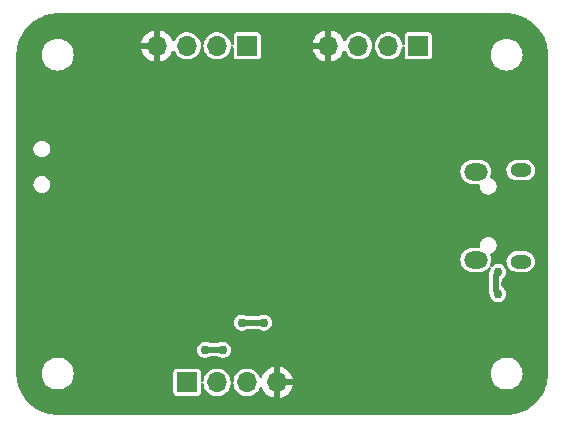
<source format=gbr>
%TF.GenerationSoftware,KiCad,Pcbnew,7.0.1-0*%
%TF.CreationDate,2023-05-28T09:45:46-06:00*%
%TF.ProjectId,stm32-prototype,73746d33-322d-4707-926f-746f74797065,rev?*%
%TF.SameCoordinates,Original*%
%TF.FileFunction,Copper,L2,Bot*%
%TF.FilePolarity,Positive*%
%FSLAX46Y46*%
G04 Gerber Fmt 4.6, Leading zero omitted, Abs format (unit mm)*
G04 Created by KiCad (PCBNEW 7.0.1-0) date 2023-05-28 09:45:46*
%MOMM*%
%LPD*%
G01*
G04 APERTURE LIST*
%TA.AperFunction,ComponentPad*%
%ADD10O,1.700000X1.700000*%
%TD*%
%TA.AperFunction,ComponentPad*%
%ADD11R,1.700000X1.700000*%
%TD*%
%TA.AperFunction,ComponentPad*%
%ADD12O,1.800000X1.150000*%
%TD*%
%TA.AperFunction,ComponentPad*%
%ADD13O,2.000000X1.450000*%
%TD*%
%TA.AperFunction,ViaPad*%
%ADD14C,0.750000*%
%TD*%
%TA.AperFunction,ViaPad*%
%ADD15C,0.700000*%
%TD*%
%TA.AperFunction,Conductor*%
%ADD16C,0.500000*%
%TD*%
G04 APERTURE END LIST*
D10*
%TO.P,J4,4,Pin_4*%
%TO.N,GND*%
X100570000Y-102750000D03*
%TO.P,J4,3,Pin_3*%
%TO.N,/I2C2_SDA*%
X98030000Y-102750000D03*
%TO.P,J4,2,Pin_2*%
%TO.N,/I2C2_SCL*%
X95490000Y-102750000D03*
D11*
%TO.P,J4,1,Pin_1*%
%TO.N,+3.3V*%
X92950000Y-102750000D03*
%TD*%
D10*
%TO.P,J3,4,Pin_4*%
%TO.N,GND*%
X104920000Y-74250000D03*
%TO.P,J3,3,Pin_3*%
%TO.N,/SWCLK*%
X107460000Y-74250000D03*
%TO.P,J3,2,Pin_2*%
%TO.N,/SWDIO*%
X110000000Y-74250000D03*
D11*
%TO.P,J3,1,Pin_1*%
%TO.N,+3.3V*%
X112540000Y-74250000D03*
%TD*%
D10*
%TO.P,J2,4,Pin_4*%
%TO.N,GND*%
X90420000Y-74250000D03*
%TO.P,J2,3,Pin_3*%
%TO.N,/USART1_RX*%
X92960000Y-74250000D03*
%TO.P,J2,2,Pin_2*%
%TO.N,/USART1_TX*%
X95500000Y-74250000D03*
D11*
%TO.P,J2,1,Pin_1*%
%TO.N,+3.3V*%
X98040000Y-74250000D03*
%TD*%
D12*
%TO.P,J1,6,Shield*%
%TO.N,N/C*%
X121200000Y-84775000D03*
X121200000Y-92525000D03*
D13*
X117400000Y-84925000D03*
X117400000Y-92375000D03*
%TD*%
D14*
%TO.N,+3.3V*%
X97575000Y-97700000D03*
D15*
%TO.N,GND*%
X85650000Y-91700000D03*
X87650000Y-86125000D03*
D14*
%TO.N,+3.3V*%
X119300000Y-93400000D03*
X119300000Y-95275000D03*
X94475000Y-100000000D03*
X95975000Y-100000000D03*
X99450000Y-97700000D03*
D15*
%TO.N,GND*%
X113950000Y-96025000D03*
X110625000Y-95625000D03*
X109725000Y-95625000D03*
X110050000Y-92150000D03*
X110025000Y-91175000D03*
X116100000Y-87350000D03*
X103950000Y-87975000D03*
X90025000Y-93625000D03*
X90025000Y-96875000D03*
X94775000Y-87250000D03*
X90000000Y-89300000D03*
X119875000Y-94400000D03*
X89000000Y-86625000D03*
X82800000Y-81250000D03*
X94450000Y-90750000D03*
X96275000Y-96000000D03*
X99250000Y-92575000D03*
X91000000Y-85125000D03*
%TD*%
D16*
%TO.N,+3.3V*%
X97575000Y-97700000D02*
X99450000Y-97700000D01*
X119075000Y-95050000D02*
X119300000Y-95275000D01*
X119075000Y-93625000D02*
X119075000Y-95050000D01*
X119300000Y-93400000D02*
X119075000Y-93625000D01*
X95975000Y-100000000D02*
X94475000Y-100000000D01*
%TD*%
%TA.AperFunction,Conductor*%
%TO.N,GND*%
G36*
X120003032Y-71500649D02*
G01*
X120007384Y-71500862D01*
X120152450Y-71507989D01*
X120343670Y-71518010D01*
X120355324Y-71519177D01*
X120521254Y-71543791D01*
X120522225Y-71543940D01*
X120694897Y-71571289D01*
X120705570Y-71573465D01*
X120871374Y-71614997D01*
X120873014Y-71615422D01*
X121038880Y-71659866D01*
X121048544Y-71662884D01*
X121152693Y-71700150D01*
X121210526Y-71720843D01*
X121213188Y-71721830D01*
X121246726Y-71734704D01*
X121372097Y-71782829D01*
X121380623Y-71786475D01*
X121536869Y-71860374D01*
X121540055Y-71861939D01*
X121682487Y-71934511D01*
X121691094Y-71938897D01*
X121698547Y-71943023D01*
X121847075Y-72032047D01*
X121850824Y-72034387D01*
X121992670Y-72126503D01*
X121998977Y-72130884D01*
X122138210Y-72234147D01*
X122142365Y-72237367D01*
X122273635Y-72343667D01*
X122278872Y-72348155D01*
X122407389Y-72464636D01*
X122411797Y-72468833D01*
X122531165Y-72588201D01*
X122535362Y-72592609D01*
X122651843Y-72721126D01*
X122656331Y-72726363D01*
X122762620Y-72857619D01*
X122765851Y-72861788D01*
X122869114Y-73001021D01*
X122873505Y-73007343D01*
X122933353Y-73099500D01*
X122965599Y-73149155D01*
X122967963Y-73152942D01*
X123056975Y-73301451D01*
X123061101Y-73308904D01*
X123138037Y-73459898D01*
X123139647Y-73463176D01*
X123213510Y-73619345D01*
X123217179Y-73627925D01*
X123278168Y-73786810D01*
X123279155Y-73789472D01*
X123337111Y-73951447D01*
X123340135Y-73961128D01*
X123384535Y-74126827D01*
X123385044Y-74128792D01*
X123426526Y-74294398D01*
X123428715Y-74305130D01*
X123456041Y-74477665D01*
X123456226Y-74478867D01*
X123480818Y-74644649D01*
X123481990Y-74656355D01*
X123491989Y-74847157D01*
X123491886Y-74847162D01*
X123492011Y-74847561D01*
X123499351Y-74996967D01*
X123499500Y-75003052D01*
X123499500Y-101996948D01*
X123499351Y-102003033D01*
X123492014Y-102152369D01*
X123491993Y-102152774D01*
X123481990Y-102343644D01*
X123480818Y-102355349D01*
X123456226Y-102521131D01*
X123456041Y-102522333D01*
X123428715Y-102694868D01*
X123426526Y-102705600D01*
X123385044Y-102871206D01*
X123384535Y-102873171D01*
X123340135Y-103038870D01*
X123337111Y-103048551D01*
X123279155Y-103210526D01*
X123278168Y-103213188D01*
X123217179Y-103372073D01*
X123213510Y-103380653D01*
X123139647Y-103536822D01*
X123138037Y-103540100D01*
X123061101Y-103691094D01*
X123056975Y-103698547D01*
X122967963Y-103847056D01*
X122965599Y-103850843D01*
X122873512Y-103992645D01*
X122869114Y-103998977D01*
X122765851Y-104138210D01*
X122762620Y-104142379D01*
X122656331Y-104273635D01*
X122651843Y-104278872D01*
X122535362Y-104407389D01*
X122531165Y-104411797D01*
X122411797Y-104531165D01*
X122407389Y-104535362D01*
X122278872Y-104651843D01*
X122273635Y-104656331D01*
X122142379Y-104762620D01*
X122138210Y-104765851D01*
X121998977Y-104869114D01*
X121992645Y-104873512D01*
X121850843Y-104965599D01*
X121847056Y-104967963D01*
X121698547Y-105056975D01*
X121691094Y-105061101D01*
X121540100Y-105138037D01*
X121536822Y-105139647D01*
X121380653Y-105213510D01*
X121372073Y-105217179D01*
X121213188Y-105278168D01*
X121210526Y-105279155D01*
X121048551Y-105337111D01*
X121038870Y-105340135D01*
X120873171Y-105384535D01*
X120871206Y-105385044D01*
X120705600Y-105426526D01*
X120694868Y-105428715D01*
X120522333Y-105456041D01*
X120521131Y-105456226D01*
X120355349Y-105480818D01*
X120343644Y-105481990D01*
X120152774Y-105491993D01*
X120152369Y-105492014D01*
X120003033Y-105499351D01*
X119996948Y-105499500D01*
X82003052Y-105499500D01*
X81996967Y-105499351D01*
X81847629Y-105492014D01*
X81847224Y-105491993D01*
X81656354Y-105481990D01*
X81644649Y-105480818D01*
X81478867Y-105456226D01*
X81477665Y-105456041D01*
X81305130Y-105428715D01*
X81294398Y-105426526D01*
X81128792Y-105385044D01*
X81126827Y-105384535D01*
X80961128Y-105340135D01*
X80951447Y-105337111D01*
X80789472Y-105279155D01*
X80786810Y-105278168D01*
X80627925Y-105217179D01*
X80619351Y-105213512D01*
X80463176Y-105139647D01*
X80459898Y-105138037D01*
X80308904Y-105061101D01*
X80301451Y-105056975D01*
X80152942Y-104967963D01*
X80149155Y-104965599D01*
X80101996Y-104934973D01*
X80007343Y-104873505D01*
X80001021Y-104869114D01*
X79861788Y-104765851D01*
X79857619Y-104762620D01*
X79726363Y-104656331D01*
X79721126Y-104651843D01*
X79592609Y-104535362D01*
X79588201Y-104531165D01*
X79468833Y-104411797D01*
X79464636Y-104407389D01*
X79348155Y-104278872D01*
X79343667Y-104273635D01*
X79237378Y-104142379D01*
X79234147Y-104138210D01*
X79130884Y-103998977D01*
X79126503Y-103992670D01*
X79034387Y-103850824D01*
X79032035Y-103847056D01*
X78943023Y-103698547D01*
X78938897Y-103691094D01*
X78915343Y-103644867D01*
X91799500Y-103644867D01*
X91802414Y-103669988D01*
X91847795Y-103772767D01*
X91927232Y-103852204D01*
X91927233Y-103852204D01*
X91927235Y-103852206D01*
X92030009Y-103897585D01*
X92055135Y-103900500D01*
X93844864Y-103900499D01*
X93844867Y-103900499D01*
X93857427Y-103899042D01*
X93869991Y-103897585D01*
X93972765Y-103852206D01*
X94052206Y-103772765D01*
X94097585Y-103669991D01*
X94100500Y-103644865D01*
X94100499Y-102906046D01*
X94116170Y-102845710D01*
X94159221Y-102800622D01*
X94218772Y-102782181D01*
X94279770Y-102795049D01*
X94326799Y-102835972D01*
X94347970Y-102894607D01*
X94354243Y-102962310D01*
X94412595Y-103167390D01*
X94507631Y-103358252D01*
X94524548Y-103380653D01*
X94636128Y-103528407D01*
X94793698Y-103672052D01*
X94974981Y-103784298D01*
X95173802Y-103861321D01*
X95383390Y-103900500D01*
X95596608Y-103900500D01*
X95596610Y-103900500D01*
X95806198Y-103861321D01*
X96005019Y-103784298D01*
X96186302Y-103672052D01*
X96343872Y-103528407D01*
X96472366Y-103358255D01*
X96472366Y-103358253D01*
X96472368Y-103358252D01*
X96539323Y-103223786D01*
X96567405Y-103167389D01*
X96625756Y-102962310D01*
X96636529Y-102846047D01*
X96656633Y-102788996D01*
X96699410Y-102749999D01*
X96820589Y-102749999D01*
X96863367Y-102788996D01*
X96883471Y-102846048D01*
X96894243Y-102962310D01*
X96952595Y-103167390D01*
X97047631Y-103358252D01*
X97064548Y-103380653D01*
X97176128Y-103528407D01*
X97333698Y-103672052D01*
X97514981Y-103784298D01*
X97713802Y-103861321D01*
X97923390Y-103900500D01*
X98136608Y-103900500D01*
X98136610Y-103900500D01*
X98346198Y-103861321D01*
X98545019Y-103784298D01*
X98726302Y-103672052D01*
X98883872Y-103528407D01*
X99012366Y-103358255D01*
X99079324Y-103223783D01*
X99125722Y-103173213D01*
X99191913Y-103155066D01*
X99257617Y-103174905D01*
X99302705Y-103226651D01*
X99396399Y-103427576D01*
X99531893Y-103621081D01*
X99698918Y-103788106D01*
X99892423Y-103923600D01*
X100106507Y-104023430D01*
X100319999Y-104080635D01*
X100320000Y-104080636D01*
X100320000Y-103000000D01*
X100820000Y-103000000D01*
X100820000Y-104080635D01*
X101033492Y-104023430D01*
X101247576Y-103923600D01*
X101441081Y-103788106D01*
X101608106Y-103621081D01*
X101743600Y-103427576D01*
X101843430Y-103213492D01*
X101900636Y-103000000D01*
X100820000Y-103000000D01*
X100320000Y-103000000D01*
X100320000Y-101419364D01*
X100820000Y-101419364D01*
X100820000Y-102500000D01*
X101900636Y-102500000D01*
X101900635Y-102499999D01*
X101843430Y-102286507D01*
X101743599Y-102072421D01*
X101692889Y-101999999D01*
X118644340Y-101999999D01*
X118664936Y-102235407D01*
X118726097Y-102463662D01*
X118726097Y-102463663D01*
X118825965Y-102677829D01*
X118961505Y-102871401D01*
X119128599Y-103038495D01*
X119322171Y-103174035D01*
X119536337Y-103273903D01*
X119764591Y-103335062D01*
X119764592Y-103335063D01*
X119941032Y-103350500D01*
X119941034Y-103350500D01*
X120058966Y-103350500D01*
X120058968Y-103350500D01*
X120188111Y-103339201D01*
X120235408Y-103335063D01*
X120463663Y-103273903D01*
X120677829Y-103174035D01*
X120871401Y-103038495D01*
X121038495Y-102871401D01*
X121174035Y-102677830D01*
X121273903Y-102463663D01*
X121335063Y-102235408D01*
X121355659Y-102000000D01*
X121342984Y-101855133D01*
X121335063Y-101764592D01*
X121325053Y-101727235D01*
X121273903Y-101536337D01*
X121174035Y-101322171D01*
X121038495Y-101128599D01*
X120871401Y-100961505D01*
X120677829Y-100825965D01*
X120463663Y-100726097D01*
X120235407Y-100664936D01*
X120058968Y-100649500D01*
X120058966Y-100649500D01*
X119941034Y-100649500D01*
X119941032Y-100649500D01*
X119764592Y-100664936D01*
X119536336Y-100726097D01*
X119322170Y-100825965D01*
X119128598Y-100961505D01*
X118961508Y-101128595D01*
X118825964Y-101322172D01*
X118726097Y-101536337D01*
X118664936Y-101764592D01*
X118644340Y-101999999D01*
X101692889Y-101999999D01*
X101608109Y-101878921D01*
X101441081Y-101711893D01*
X101247576Y-101576399D01*
X101033492Y-101476569D01*
X100820000Y-101419364D01*
X100320000Y-101419364D01*
X100319999Y-101419364D01*
X100106507Y-101476569D01*
X99892421Y-101576400D01*
X99698921Y-101711890D01*
X99531890Y-101878921D01*
X99396401Y-102072419D01*
X99302705Y-102273349D01*
X99257617Y-102325094D01*
X99191913Y-102344933D01*
X99125722Y-102326786D01*
X99079324Y-102276216D01*
X99012366Y-102141745D01*
X99012365Y-102141744D01*
X99012365Y-102141743D01*
X98883873Y-101971594D01*
X98726301Y-101827947D01*
X98563645Y-101727235D01*
X98545019Y-101715702D01*
X98545017Y-101715701D01*
X98346198Y-101638679D01*
X98346197Y-101638678D01*
X98136610Y-101599500D01*
X97923390Y-101599500D01*
X97783664Y-101625619D01*
X97713801Y-101638679D01*
X97514982Y-101715701D01*
X97333698Y-101827947D01*
X97176126Y-101971594D01*
X97047631Y-102141747D01*
X96952595Y-102332609D01*
X96894243Y-102537689D01*
X96883471Y-102653951D01*
X96863367Y-102711003D01*
X96820589Y-102749999D01*
X96699410Y-102749999D01*
X96656633Y-102711003D01*
X96636529Y-102653951D01*
X96625756Y-102537689D01*
X96602550Y-102456132D01*
X96567405Y-102332611D01*
X96539323Y-102276214D01*
X96472368Y-102141747D01*
X96343873Y-101971594D01*
X96186301Y-101827947D01*
X96023645Y-101727235D01*
X96005019Y-101715702D01*
X96005017Y-101715701D01*
X95806198Y-101638679D01*
X95806197Y-101638678D01*
X95596610Y-101599500D01*
X95383390Y-101599500D01*
X95243664Y-101625619D01*
X95173801Y-101638679D01*
X94974982Y-101715701D01*
X94793698Y-101827947D01*
X94636126Y-101971594D01*
X94507631Y-102141747D01*
X94412595Y-102332609D01*
X94354243Y-102537689D01*
X94347970Y-102605393D01*
X94326799Y-102664029D01*
X94279770Y-102704952D01*
X94218772Y-102717820D01*
X94159221Y-102699379D01*
X94116170Y-102654291D01*
X94100499Y-102593952D01*
X94100499Y-101855133D01*
X94097585Y-101830011D01*
X94097585Y-101830009D01*
X94052206Y-101727235D01*
X94052204Y-101727233D01*
X94052204Y-101727232D01*
X93972767Y-101647795D01*
X93952121Y-101638679D01*
X93869991Y-101602415D01*
X93844865Y-101599500D01*
X93844863Y-101599500D01*
X92055132Y-101599500D01*
X92030011Y-101602414D01*
X91927232Y-101647795D01*
X91847795Y-101727232D01*
X91802415Y-101830009D01*
X91799500Y-101855136D01*
X91799500Y-103644867D01*
X78915343Y-103644867D01*
X78915341Y-103644863D01*
X78861939Y-103540055D01*
X78860374Y-103536869D01*
X78786475Y-103380623D01*
X78782829Y-103372097D01*
X78725898Y-103223786D01*
X78721830Y-103213188D01*
X78720843Y-103210526D01*
X78662887Y-103048551D01*
X78659863Y-103038870D01*
X78615422Y-102873014D01*
X78614997Y-102871374D01*
X78573465Y-102705570D01*
X78571289Y-102694897D01*
X78543940Y-102522225D01*
X78543791Y-102521254D01*
X78519177Y-102355324D01*
X78518010Y-102343670D01*
X78507985Y-102152369D01*
X78500649Y-102003032D01*
X78500575Y-101999999D01*
X80644340Y-101999999D01*
X80664936Y-102235407D01*
X80726097Y-102463662D01*
X80726097Y-102463663D01*
X80825965Y-102677829D01*
X80961505Y-102871401D01*
X81128599Y-103038495D01*
X81322171Y-103174035D01*
X81536337Y-103273903D01*
X81764591Y-103335062D01*
X81764592Y-103335063D01*
X81941032Y-103350500D01*
X81941034Y-103350500D01*
X82058966Y-103350500D01*
X82058968Y-103350500D01*
X82188111Y-103339201D01*
X82235408Y-103335063D01*
X82463663Y-103273903D01*
X82677829Y-103174035D01*
X82871401Y-103038495D01*
X83038495Y-102871401D01*
X83174035Y-102677830D01*
X83273903Y-102463663D01*
X83335063Y-102235408D01*
X83355659Y-102000000D01*
X83342984Y-101855133D01*
X83335063Y-101764592D01*
X83325053Y-101727235D01*
X83273903Y-101536337D01*
X83174035Y-101322171D01*
X83038495Y-101128599D01*
X82871401Y-100961505D01*
X82677829Y-100825965D01*
X82463663Y-100726097D01*
X82235407Y-100664936D01*
X82058968Y-100649500D01*
X82058966Y-100649500D01*
X81941034Y-100649500D01*
X81941032Y-100649500D01*
X81764592Y-100664936D01*
X81536336Y-100726097D01*
X81322170Y-100825965D01*
X81128598Y-100961505D01*
X80961508Y-101128595D01*
X80825964Y-101322172D01*
X80726097Y-101536337D01*
X80664936Y-101764592D01*
X80644340Y-101999999D01*
X78500575Y-101999999D01*
X78500500Y-101996949D01*
X78500500Y-99999999D01*
X93794538Y-99999999D01*
X93814312Y-100162845D01*
X93872481Y-100316225D01*
X93965668Y-100451230D01*
X94088450Y-100560005D01*
X94088451Y-100560005D01*
X94088454Y-100560008D01*
X94233705Y-100636242D01*
X94392979Y-100675500D01*
X94557020Y-100675500D01*
X94557021Y-100675500D01*
X94716295Y-100636242D01*
X94852601Y-100564702D01*
X94910225Y-100550500D01*
X95539775Y-100550500D01*
X95597398Y-100564702D01*
X95733705Y-100636242D01*
X95892979Y-100675500D01*
X96057020Y-100675500D01*
X96057021Y-100675500D01*
X96216295Y-100636242D01*
X96361546Y-100560008D01*
X96484332Y-100451229D01*
X96577518Y-100316226D01*
X96635688Y-100162845D01*
X96655461Y-100000000D01*
X96635688Y-99837155D01*
X96577518Y-99683774D01*
X96484332Y-99548771D01*
X96484331Y-99548769D01*
X96361549Y-99439994D01*
X96361547Y-99439993D01*
X96361546Y-99439992D01*
X96216295Y-99363758D01*
X96057021Y-99324500D01*
X95892979Y-99324500D01*
X95733705Y-99363758D01*
X95597398Y-99435297D01*
X95539775Y-99449500D01*
X94910225Y-99449500D01*
X94852601Y-99435297D01*
X94716295Y-99363758D01*
X94557021Y-99324500D01*
X94392979Y-99324500D01*
X94233705Y-99363758D01*
X94111574Y-99427857D01*
X94088450Y-99439994D01*
X93965668Y-99548769D01*
X93872481Y-99683774D01*
X93814312Y-99837154D01*
X93794538Y-99999999D01*
X78500500Y-99999999D01*
X78500500Y-97700000D01*
X96894538Y-97700000D01*
X96914312Y-97862845D01*
X96972481Y-98016225D01*
X97065668Y-98151230D01*
X97188450Y-98260005D01*
X97188451Y-98260005D01*
X97188454Y-98260008D01*
X97333705Y-98336242D01*
X97492979Y-98375500D01*
X97657020Y-98375500D01*
X97657021Y-98375500D01*
X97816295Y-98336242D01*
X97952601Y-98264702D01*
X98010225Y-98250500D01*
X99014775Y-98250500D01*
X99072398Y-98264702D01*
X99208705Y-98336242D01*
X99367979Y-98375500D01*
X99532020Y-98375500D01*
X99532021Y-98375500D01*
X99691295Y-98336242D01*
X99836546Y-98260008D01*
X99959332Y-98151229D01*
X100052518Y-98016226D01*
X100110688Y-97862845D01*
X100130461Y-97700000D01*
X100110688Y-97537155D01*
X100052518Y-97383774D01*
X99959332Y-97248771D01*
X99959331Y-97248769D01*
X99836549Y-97139994D01*
X99836547Y-97139993D01*
X99836546Y-97139992D01*
X99691295Y-97063758D01*
X99532021Y-97024500D01*
X99367979Y-97024500D01*
X99208705Y-97063758D01*
X99072398Y-97135297D01*
X99014775Y-97149500D01*
X98010225Y-97149500D01*
X97952601Y-97135297D01*
X97816295Y-97063758D01*
X97657021Y-97024500D01*
X97492979Y-97024500D01*
X97333705Y-97063758D01*
X97211574Y-97127857D01*
X97188450Y-97139994D01*
X97065668Y-97248769D01*
X96972481Y-97383774D01*
X96914312Y-97537154D01*
X96894538Y-97700000D01*
X78500500Y-97700000D01*
X78500500Y-92375000D01*
X116094538Y-92375000D01*
X116114337Y-92576031D01*
X116114338Y-92576033D01*
X116172977Y-92769341D01*
X116268202Y-92947494D01*
X116288153Y-92971804D01*
X116396352Y-93103647D01*
X116468514Y-93162868D01*
X116552506Y-93231798D01*
X116730659Y-93327023D01*
X116923967Y-93385662D01*
X117074620Y-93400500D01*
X117725379Y-93400500D01*
X117725380Y-93400500D01*
X117876033Y-93385662D01*
X118069341Y-93327023D01*
X118247494Y-93231798D01*
X118403647Y-93103647D01*
X118455689Y-93040233D01*
X118512511Y-93001201D01*
X118581398Y-92998546D01*
X118641057Y-93033089D01*
X118673048Y-93094155D01*
X118667484Y-93162868D01*
X118639312Y-93237151D01*
X118635932Y-93264987D01*
X118611642Y-93324959D01*
X118590639Y-93352658D01*
X118590638Y-93352659D01*
X118590638Y-93352660D01*
X118584054Y-93369354D01*
X118574654Y-93388280D01*
X118565329Y-93403616D01*
X118554242Y-93443181D01*
X118550197Y-93455207D01*
X118535123Y-93493434D01*
X118533288Y-93511285D01*
X118529342Y-93532048D01*
X118524500Y-93549333D01*
X118524500Y-93590418D01*
X118523850Y-93603099D01*
X118519647Y-93643972D01*
X118522697Y-93661656D01*
X118524500Y-93682725D01*
X118524500Y-95038478D01*
X118524428Y-95042711D01*
X118522237Y-95106826D01*
X118531963Y-95146733D01*
X118534334Y-95159207D01*
X118539930Y-95199922D01*
X118547079Y-95216380D01*
X118553819Y-95236421D01*
X118558067Y-95253853D01*
X118578206Y-95289672D01*
X118583852Y-95301039D01*
X118600220Y-95338720D01*
X118606620Y-95346587D01*
X118609430Y-95350041D01*
X118636335Y-95413343D01*
X118639310Y-95437842D01*
X118697481Y-95591225D01*
X118790668Y-95726230D01*
X118913450Y-95835005D01*
X118913451Y-95835005D01*
X118913454Y-95835008D01*
X119058705Y-95911242D01*
X119217979Y-95950500D01*
X119382020Y-95950500D01*
X119382021Y-95950500D01*
X119541295Y-95911242D01*
X119686546Y-95835008D01*
X119809332Y-95726229D01*
X119902518Y-95591226D01*
X119960688Y-95437845D01*
X119980461Y-95275000D01*
X119960688Y-95112155D01*
X119902518Y-94958774D01*
X119809332Y-94823771D01*
X119809331Y-94823769D01*
X119675277Y-94705008D01*
X119676650Y-94703458D01*
X119643383Y-94672141D01*
X119625500Y-94607992D01*
X119625500Y-94067008D01*
X119643383Y-94002859D01*
X119676650Y-93971541D01*
X119675277Y-93969992D01*
X119809331Y-93851230D01*
X119809332Y-93851229D01*
X119902518Y-93716226D01*
X119960688Y-93562845D01*
X119980461Y-93400000D01*
X119960688Y-93237155D01*
X119907061Y-93095754D01*
X119905465Y-93081444D01*
X119894112Y-93071596D01*
X119809331Y-92948769D01*
X119686549Y-92839994D01*
X119686547Y-92839993D01*
X119686546Y-92839992D01*
X119541295Y-92763758D01*
X119382021Y-92724500D01*
X119217979Y-92724500D01*
X119058705Y-92763758D01*
X118926013Y-92833400D01*
X118913452Y-92839993D01*
X118815146Y-92927085D01*
X118753609Y-92956531D01*
X118685811Y-92948972D01*
X118632270Y-92906697D01*
X118609192Y-92842500D01*
X118623562Y-92775815D01*
X118627023Y-92769341D01*
X118685662Y-92576033D01*
X118695384Y-92477324D01*
X119995630Y-92477324D01*
X120005938Y-92667474D01*
X120056885Y-92850966D01*
X120105718Y-92943074D01*
X120112609Y-92971804D01*
X120132559Y-92993702D01*
X120146085Y-93019215D01*
X120269369Y-93164357D01*
X120365131Y-93237154D01*
X120420971Y-93279602D01*
X120593803Y-93359562D01*
X120779784Y-93400500D01*
X121572465Y-93400500D01*
X121572466Y-93400500D01*
X121643390Y-93392786D01*
X121714316Y-93385073D01*
X121894780Y-93324267D01*
X122057954Y-93226089D01*
X122196207Y-93095129D01*
X122303075Y-92937510D01*
X122373562Y-92760602D01*
X122404370Y-92572678D01*
X122394061Y-92382525D01*
X122343114Y-92199033D01*
X122253914Y-92030784D01*
X122130631Y-91885643D01*
X122119756Y-91877376D01*
X121979031Y-91770399D01*
X121806195Y-91690437D01*
X121672707Y-91661054D01*
X121620216Y-91649500D01*
X120827535Y-91649500D01*
X120827534Y-91649500D01*
X120685684Y-91664926D01*
X120505220Y-91725733D01*
X120342044Y-91823911D01*
X120227627Y-91932294D01*
X120203793Y-91954871D01*
X120096925Y-92112490D01*
X120096925Y-92112491D01*
X120026438Y-92289397D01*
X119995630Y-92477324D01*
X118695384Y-92477324D01*
X118705462Y-92375000D01*
X118685662Y-92173967D01*
X118627023Y-91980659D01*
X118627021Y-91980655D01*
X118623477Y-91968972D01*
X118625223Y-91968442D01*
X118615475Y-91932294D01*
X118626131Y-91877376D01*
X118659840Y-91832730D01*
X118687816Y-91818553D01*
X118686890Y-91816789D01*
X118700225Y-91809790D01*
X118731382Y-91793436D01*
X118745023Y-91787297D01*
X118777930Y-91774818D01*
X118806895Y-91754823D01*
X118819697Y-91747084D01*
X118850852Y-91730734D01*
X118877185Y-91707405D01*
X118888962Y-91698176D01*
X118917929Y-91678183D01*
X118941264Y-91651841D01*
X118951841Y-91641264D01*
X118978183Y-91617929D01*
X118998176Y-91588962D01*
X119007405Y-91577185D01*
X119030732Y-91550854D01*
X119030731Y-91550854D01*
X119030734Y-91550852D01*
X119047084Y-91519697D01*
X119054823Y-91506895D01*
X119074818Y-91477930D01*
X119087297Y-91445023D01*
X119093436Y-91431382D01*
X119109790Y-91400225D01*
X119118212Y-91366050D01*
X119122664Y-91351767D01*
X119123524Y-91349500D01*
X119135140Y-91318872D01*
X119139381Y-91283936D01*
X119142074Y-91269238D01*
X119150500Y-91235056D01*
X119150500Y-91199874D01*
X119151404Y-91184927D01*
X119155645Y-91150000D01*
X119151404Y-91115073D01*
X119150500Y-91100126D01*
X119150500Y-91064944D01*
X119142080Y-91030786D01*
X119139380Y-91016053D01*
X119135140Y-90981128D01*
X119122665Y-90948233D01*
X119118210Y-90933937D01*
X119109790Y-90899776D01*
X119109790Y-90899775D01*
X119093433Y-90868610D01*
X119087297Y-90854975D01*
X119074818Y-90822070D01*
X119054827Y-90793108D01*
X119047082Y-90780297D01*
X119030734Y-90749148D01*
X119007394Y-90722802D01*
X118998178Y-90711038D01*
X118978183Y-90682071D01*
X118978181Y-90682068D01*
X118951847Y-90658739D01*
X118941260Y-90648153D01*
X118917929Y-90621817D01*
X118917925Y-90621814D01*
X118888965Y-90601823D01*
X118877180Y-90592590D01*
X118850851Y-90569265D01*
X118819705Y-90552918D01*
X118806891Y-90545172D01*
X118777929Y-90525181D01*
X118745026Y-90512702D01*
X118731377Y-90506559D01*
X118700227Y-90490211D01*
X118700226Y-90490210D01*
X118700225Y-90490210D01*
X118666048Y-90481785D01*
X118651776Y-90477338D01*
X118618872Y-90464860D01*
X118618867Y-90464858D01*
X118583942Y-90460617D01*
X118569220Y-90457919D01*
X118535059Y-90449500D01*
X118535056Y-90449500D01*
X118364944Y-90449500D01*
X118330779Y-90457920D01*
X118316057Y-90460617D01*
X118281130Y-90464858D01*
X118248227Y-90477336D01*
X118233940Y-90481788D01*
X118199773Y-90490210D01*
X118168613Y-90506563D01*
X118154966Y-90512705D01*
X118122068Y-90525182D01*
X118093108Y-90545171D01*
X118080301Y-90552913D01*
X118049148Y-90569264D01*
X118022807Y-90592599D01*
X118011028Y-90601827D01*
X117982069Y-90621817D01*
X117958737Y-90648153D01*
X117948153Y-90658737D01*
X117921817Y-90682069D01*
X117901827Y-90711028D01*
X117892599Y-90722807D01*
X117869264Y-90749148D01*
X117852913Y-90780301D01*
X117845171Y-90793108D01*
X117825182Y-90822068D01*
X117812705Y-90854966D01*
X117806563Y-90868613D01*
X117790210Y-90899773D01*
X117781788Y-90933940D01*
X117777336Y-90948227D01*
X117764858Y-90981130D01*
X117760617Y-91016057D01*
X117757920Y-91030779D01*
X117749500Y-91064944D01*
X117749500Y-91100126D01*
X117748596Y-91115073D01*
X117744354Y-91150000D01*
X117748596Y-91184927D01*
X117749500Y-91199874D01*
X117749500Y-91225500D01*
X117732887Y-91287500D01*
X117687500Y-91332887D01*
X117625500Y-91349500D01*
X117074620Y-91349500D01*
X117059783Y-91350961D01*
X116923968Y-91364337D01*
X116730656Y-91422978D01*
X116552507Y-91518201D01*
X116396352Y-91646352D01*
X116268201Y-91802507D01*
X116172978Y-91980656D01*
X116114337Y-92173968D01*
X116094538Y-92375000D01*
X78500500Y-92375000D01*
X78500500Y-86085056D01*
X79944500Y-86085056D01*
X79951898Y-86115073D01*
X79985209Y-86250224D01*
X80042184Y-86358779D01*
X80064266Y-86400852D01*
X80177071Y-86528183D01*
X80317070Y-86624818D01*
X80476128Y-86685140D01*
X80602628Y-86700500D01*
X80687371Y-86700500D01*
X80687372Y-86700500D01*
X80813872Y-86685140D01*
X80972930Y-86624818D01*
X81112929Y-86528183D01*
X81225734Y-86400852D01*
X81304790Y-86250225D01*
X81345500Y-86085056D01*
X81345500Y-85914944D01*
X81304790Y-85749775D01*
X81225734Y-85599148D01*
X81112929Y-85471817D01*
X81112928Y-85471816D01*
X81112927Y-85471815D01*
X80972930Y-85375182D01*
X80813872Y-85314860D01*
X80687372Y-85299500D01*
X80602628Y-85299500D01*
X80539378Y-85307179D01*
X80476127Y-85314860D01*
X80317069Y-85375182D01*
X80177072Y-85471815D01*
X80064265Y-85599149D01*
X79985209Y-85749775D01*
X79957554Y-85861981D01*
X79944500Y-85914944D01*
X79944500Y-86085056D01*
X78500500Y-86085056D01*
X78500500Y-84924999D01*
X116094538Y-84924999D01*
X116114337Y-85126031D01*
X116114338Y-85126033D01*
X116166958Y-85299500D01*
X116172978Y-85319343D01*
X116198822Y-85367693D01*
X116268202Y-85497494D01*
X116307330Y-85545172D01*
X116396352Y-85653647D01*
X116466272Y-85711028D01*
X116552506Y-85781798D01*
X116730659Y-85877023D01*
X116923967Y-85935662D01*
X117074620Y-85950500D01*
X117074621Y-85950500D01*
X117625500Y-85950500D01*
X117687500Y-85967113D01*
X117732887Y-86012500D01*
X117749500Y-86074500D01*
X117749500Y-86100126D01*
X117748596Y-86115073D01*
X117744354Y-86149999D01*
X117748596Y-86184927D01*
X117749500Y-86199874D01*
X117749500Y-86235059D01*
X117757919Y-86269220D01*
X117760617Y-86283942D01*
X117764858Y-86318867D01*
X117777337Y-86351772D01*
X117781785Y-86366048D01*
X117790210Y-86400225D01*
X117790210Y-86400226D01*
X117790211Y-86400227D01*
X117806559Y-86431377D01*
X117812702Y-86445026D01*
X117825181Y-86477929D01*
X117845172Y-86506891D01*
X117852918Y-86519705D01*
X117869265Y-86550851D01*
X117892590Y-86577180D01*
X117901823Y-86588965D01*
X117921814Y-86617925D01*
X117921817Y-86617929D01*
X117948156Y-86641263D01*
X117958739Y-86651847D01*
X117982068Y-86678181D01*
X117982071Y-86678183D01*
X118011038Y-86698178D01*
X118022802Y-86707394D01*
X118049148Y-86730734D01*
X118080293Y-86747080D01*
X118080297Y-86747082D01*
X118093113Y-86754830D01*
X118122068Y-86774817D01*
X118122069Y-86774817D01*
X118122070Y-86774818D01*
X118154975Y-86787297D01*
X118168610Y-86793433D01*
X118199775Y-86809790D01*
X118228180Y-86816791D01*
X118233937Y-86818210D01*
X118248233Y-86822665D01*
X118267439Y-86829948D01*
X118281128Y-86835140D01*
X118316055Y-86839380D01*
X118330779Y-86842078D01*
X118364944Y-86850500D01*
X118407628Y-86850500D01*
X118535053Y-86850500D01*
X118535056Y-86850500D01*
X118569238Y-86842074D01*
X118583936Y-86839381D01*
X118618872Y-86835140D01*
X118651772Y-86822662D01*
X118666050Y-86818212D01*
X118700225Y-86809790D01*
X118731382Y-86793436D01*
X118745023Y-86787297D01*
X118777930Y-86774818D01*
X118806895Y-86754823D01*
X118819702Y-86747082D01*
X118850852Y-86730734D01*
X118877185Y-86707405D01*
X118888962Y-86698176D01*
X118917929Y-86678183D01*
X118941264Y-86651841D01*
X118951841Y-86641264D01*
X118978183Y-86617929D01*
X118998176Y-86588962D01*
X119007405Y-86577185D01*
X119030732Y-86550854D01*
X119030731Y-86550854D01*
X119030734Y-86550852D01*
X119047084Y-86519697D01*
X119054823Y-86506895D01*
X119074818Y-86477930D01*
X119087297Y-86445023D01*
X119093436Y-86431382D01*
X119109790Y-86400225D01*
X119118212Y-86366050D01*
X119122664Y-86351767D01*
X119135140Y-86318872D01*
X119139381Y-86283936D01*
X119142074Y-86269238D01*
X119150500Y-86235056D01*
X119150500Y-86199874D01*
X119151404Y-86184927D01*
X119155645Y-86149999D01*
X119151404Y-86115073D01*
X119150500Y-86100126D01*
X119150500Y-86064944D01*
X119142080Y-86030786D01*
X119139380Y-86016053D01*
X119138949Y-86012500D01*
X119135140Y-85981128D01*
X119129825Y-85967113D01*
X119122665Y-85948233D01*
X119118210Y-85933937D01*
X119109790Y-85899776D01*
X119109790Y-85899775D01*
X119093433Y-85868610D01*
X119087297Y-85854975D01*
X119074818Y-85822070D01*
X119054829Y-85793112D01*
X119047082Y-85780297D01*
X119031063Y-85749775D01*
X119030734Y-85749148D01*
X119007394Y-85722802D01*
X118998178Y-85711038D01*
X118978183Y-85682071D01*
X118978181Y-85682068D01*
X118951847Y-85658739D01*
X118941263Y-85648156D01*
X118917929Y-85621817D01*
X118917925Y-85621814D01*
X118888965Y-85601823D01*
X118877180Y-85592590D01*
X118850851Y-85569265D01*
X118819705Y-85552918D01*
X118806891Y-85545172D01*
X118777929Y-85525181D01*
X118745026Y-85512702D01*
X118731377Y-85506559D01*
X118686896Y-85483215D01*
X118687822Y-85481450D01*
X118659825Y-85467257D01*
X118626124Y-85422609D01*
X118615475Y-85367693D01*
X118625223Y-85331558D01*
X118623477Y-85331029D01*
X118627021Y-85319343D01*
X118627023Y-85319341D01*
X118685662Y-85126033D01*
X118705462Y-84925000D01*
X118685993Y-84727324D01*
X119995630Y-84727324D01*
X120005938Y-84917474D01*
X120056885Y-85100964D01*
X120056886Y-85100967D01*
X120146086Y-85269216D01*
X120229733Y-85367693D01*
X120269369Y-85414357D01*
X120415156Y-85525182D01*
X120420971Y-85529602D01*
X120593803Y-85609562D01*
X120779784Y-85650500D01*
X121572465Y-85650500D01*
X121572466Y-85650500D01*
X121643390Y-85642786D01*
X121714316Y-85635073D01*
X121894780Y-85574267D01*
X122057954Y-85476089D01*
X122196207Y-85345129D01*
X122303075Y-85187510D01*
X122373562Y-85010602D01*
X122404370Y-84822678D01*
X122394061Y-84632525D01*
X122343114Y-84449033D01*
X122253914Y-84280784D01*
X122130631Y-84135643D01*
X122130630Y-84135642D01*
X121979031Y-84020399D01*
X121806195Y-83940437D01*
X121672707Y-83911054D01*
X121620216Y-83899500D01*
X120827535Y-83899500D01*
X120827534Y-83899500D01*
X120685684Y-83914926D01*
X120505220Y-83975733D01*
X120342044Y-84073911D01*
X120212786Y-84196352D01*
X120203793Y-84204871D01*
X120096925Y-84362490D01*
X120096925Y-84362491D01*
X120026438Y-84539397D01*
X119995630Y-84727324D01*
X118685993Y-84727324D01*
X118685662Y-84723967D01*
X118627023Y-84530659D01*
X118531798Y-84352506D01*
X118410638Y-84204871D01*
X118403647Y-84196352D01*
X118254450Y-84073911D01*
X118247494Y-84068202D01*
X118069341Y-83972977D01*
X117962074Y-83940438D01*
X117876031Y-83914337D01*
X117741837Y-83901120D01*
X117725380Y-83899500D01*
X117074620Y-83899500D01*
X117059782Y-83900961D01*
X116923968Y-83914337D01*
X116730656Y-83972978D01*
X116552507Y-84068201D01*
X116396352Y-84196352D01*
X116268201Y-84352507D01*
X116172978Y-84530656D01*
X116114337Y-84723968D01*
X116094538Y-84924999D01*
X78500500Y-84924999D01*
X78500500Y-83085055D01*
X79944500Y-83085055D01*
X79985209Y-83250224D01*
X79985210Y-83250225D01*
X80064266Y-83400852D01*
X80177071Y-83528183D01*
X80317070Y-83624818D01*
X80476128Y-83685140D01*
X80602628Y-83700500D01*
X80687371Y-83700500D01*
X80687372Y-83700500D01*
X80813872Y-83685140D01*
X80972930Y-83624818D01*
X81112929Y-83528183D01*
X81225734Y-83400852D01*
X81304790Y-83250225D01*
X81345500Y-83085056D01*
X81345500Y-82914944D01*
X81304790Y-82749775D01*
X81225734Y-82599148D01*
X81112929Y-82471817D01*
X81112928Y-82471816D01*
X81112927Y-82471815D01*
X80972930Y-82375182D01*
X80813872Y-82314860D01*
X80813871Y-82314859D01*
X80687372Y-82299500D01*
X80602628Y-82299500D01*
X80539378Y-82307179D01*
X80476127Y-82314860D01*
X80317069Y-82375182D01*
X80177072Y-82471815D01*
X80064265Y-82599149D01*
X79985209Y-82749775D01*
X79944500Y-82914945D01*
X79944500Y-83085055D01*
X78500500Y-83085055D01*
X78500500Y-75003051D01*
X78500575Y-75000000D01*
X80644340Y-75000000D01*
X80664936Y-75235407D01*
X80709172Y-75400499D01*
X80726097Y-75463663D01*
X80825965Y-75677829D01*
X80961505Y-75871401D01*
X81128599Y-76038495D01*
X81322171Y-76174035D01*
X81536337Y-76273903D01*
X81764591Y-76335062D01*
X81764592Y-76335063D01*
X81941032Y-76350500D01*
X81941034Y-76350500D01*
X82058966Y-76350500D01*
X82058968Y-76350500D01*
X82176593Y-76340208D01*
X82235408Y-76335063D01*
X82463663Y-76273903D01*
X82677829Y-76174035D01*
X82871401Y-76038495D01*
X83038495Y-75871401D01*
X83174035Y-75677830D01*
X83273903Y-75463663D01*
X83335063Y-75235408D01*
X83355659Y-75000000D01*
X83335063Y-74764592D01*
X83273903Y-74536337D01*
X83256959Y-74500000D01*
X89089364Y-74500000D01*
X89146569Y-74713492D01*
X89246399Y-74927576D01*
X89381893Y-75121081D01*
X89548918Y-75288106D01*
X89742423Y-75423600D01*
X89956507Y-75523430D01*
X90169999Y-75580635D01*
X90170000Y-75580636D01*
X90170000Y-74500000D01*
X89089364Y-74500000D01*
X83256959Y-74500000D01*
X83174035Y-74322171D01*
X83038495Y-74128599D01*
X82909896Y-74000000D01*
X89089364Y-74000000D01*
X90170000Y-74000000D01*
X90170000Y-72919364D01*
X90670000Y-72919364D01*
X90670000Y-75580635D01*
X90883492Y-75523430D01*
X91097576Y-75423600D01*
X91291081Y-75288106D01*
X91458106Y-75121081D01*
X91593600Y-74927576D01*
X91687294Y-74726651D01*
X91732381Y-74674905D01*
X91798085Y-74655066D01*
X91864276Y-74673213D01*
X91910677Y-74723785D01*
X91977634Y-74858256D01*
X92106126Y-75028405D01*
X92106128Y-75028407D01*
X92263698Y-75172052D01*
X92444981Y-75284298D01*
X92643802Y-75361321D01*
X92853390Y-75400500D01*
X93066608Y-75400500D01*
X93066610Y-75400500D01*
X93276198Y-75361321D01*
X93475019Y-75284298D01*
X93656302Y-75172052D01*
X93813872Y-75028407D01*
X93942366Y-74858255D01*
X93942366Y-74858253D01*
X93942368Y-74858252D01*
X94009323Y-74723785D01*
X94037405Y-74667389D01*
X94095756Y-74462310D01*
X94106529Y-74346047D01*
X94126633Y-74288996D01*
X94169410Y-74249999D01*
X94290589Y-74249999D01*
X94333367Y-74288996D01*
X94353471Y-74346048D01*
X94364243Y-74462310D01*
X94422595Y-74667390D01*
X94517631Y-74858252D01*
X94646126Y-75028405D01*
X94646128Y-75028407D01*
X94803698Y-75172052D01*
X94984981Y-75284298D01*
X95183802Y-75361321D01*
X95393390Y-75400500D01*
X95606608Y-75400500D01*
X95606610Y-75400500D01*
X95816198Y-75361321D01*
X96015019Y-75284298D01*
X96196302Y-75172052D01*
X96353872Y-75028407D01*
X96482366Y-74858255D01*
X96482366Y-74858253D01*
X96482368Y-74858252D01*
X96549323Y-74723785D01*
X96577405Y-74667389D01*
X96635756Y-74462310D01*
X96642029Y-74394605D01*
X96663200Y-74335971D01*
X96710228Y-74295047D01*
X96771226Y-74282179D01*
X96830777Y-74300620D01*
X96873829Y-74345708D01*
X96889500Y-74406047D01*
X96889500Y-75144867D01*
X96892414Y-75169988D01*
X96892414Y-75169990D01*
X96892415Y-75169991D01*
X96937794Y-75272765D01*
X96937795Y-75272767D01*
X97017232Y-75352204D01*
X97017233Y-75352204D01*
X97017235Y-75352206D01*
X97120009Y-75397585D01*
X97145135Y-75400500D01*
X98934864Y-75400499D01*
X98934867Y-75400499D01*
X98947427Y-75399042D01*
X98959991Y-75397585D01*
X99062765Y-75352206D01*
X99142206Y-75272765D01*
X99187585Y-75169991D01*
X99190500Y-75144865D01*
X99190499Y-74500000D01*
X103589364Y-74500000D01*
X103646569Y-74713492D01*
X103746399Y-74927576D01*
X103881893Y-75121081D01*
X104048918Y-75288106D01*
X104242423Y-75423600D01*
X104456507Y-75523430D01*
X104669999Y-75580635D01*
X104670000Y-75580636D01*
X104670000Y-74500000D01*
X103589364Y-74500000D01*
X99190499Y-74500000D01*
X99190499Y-74000000D01*
X103589364Y-74000000D01*
X104670000Y-74000000D01*
X104670000Y-72919364D01*
X105170000Y-72919364D01*
X105170000Y-75580635D01*
X105383492Y-75523430D01*
X105597576Y-75423600D01*
X105791081Y-75288106D01*
X105958106Y-75121081D01*
X106093600Y-74927576D01*
X106187294Y-74726651D01*
X106232381Y-74674905D01*
X106298085Y-74655066D01*
X106364276Y-74673213D01*
X106410677Y-74723785D01*
X106477634Y-74858256D01*
X106606126Y-75028405D01*
X106606128Y-75028407D01*
X106763698Y-75172052D01*
X106944981Y-75284298D01*
X107143802Y-75361321D01*
X107353390Y-75400500D01*
X107566608Y-75400500D01*
X107566610Y-75400500D01*
X107776198Y-75361321D01*
X107975019Y-75284298D01*
X108156302Y-75172052D01*
X108313872Y-75028407D01*
X108442366Y-74858255D01*
X108442366Y-74858253D01*
X108442368Y-74858252D01*
X108509323Y-74723785D01*
X108537405Y-74667389D01*
X108595756Y-74462310D01*
X108606529Y-74346047D01*
X108626633Y-74288996D01*
X108669410Y-74249999D01*
X108790589Y-74249999D01*
X108833367Y-74288996D01*
X108853471Y-74346048D01*
X108864243Y-74462310D01*
X108922595Y-74667390D01*
X109017631Y-74858252D01*
X109146126Y-75028405D01*
X109146128Y-75028407D01*
X109303698Y-75172052D01*
X109484981Y-75284298D01*
X109683802Y-75361321D01*
X109893390Y-75400500D01*
X110106608Y-75400500D01*
X110106610Y-75400500D01*
X110316198Y-75361321D01*
X110515019Y-75284298D01*
X110696302Y-75172052D01*
X110853872Y-75028407D01*
X110982366Y-74858255D01*
X110982366Y-74858253D01*
X110982368Y-74858252D01*
X111049323Y-74723785D01*
X111077405Y-74667389D01*
X111135756Y-74462310D01*
X111142029Y-74394605D01*
X111163200Y-74335971D01*
X111210228Y-74295047D01*
X111271226Y-74282179D01*
X111330777Y-74300620D01*
X111373829Y-74345708D01*
X111389500Y-74406047D01*
X111389500Y-75144867D01*
X111392414Y-75169988D01*
X111392414Y-75169990D01*
X111392415Y-75169991D01*
X111437794Y-75272765D01*
X111437795Y-75272767D01*
X111517232Y-75352204D01*
X111517233Y-75352204D01*
X111517235Y-75352206D01*
X111620009Y-75397585D01*
X111645135Y-75400500D01*
X113434864Y-75400499D01*
X113434867Y-75400499D01*
X113447427Y-75399042D01*
X113459991Y-75397585D01*
X113562765Y-75352206D01*
X113642206Y-75272765D01*
X113687585Y-75169991D01*
X113690500Y-75144865D01*
X113690500Y-75000000D01*
X118644340Y-75000000D01*
X118664936Y-75235407D01*
X118709172Y-75400499D01*
X118726097Y-75463663D01*
X118825965Y-75677829D01*
X118961505Y-75871401D01*
X119128599Y-76038495D01*
X119322171Y-76174035D01*
X119536337Y-76273903D01*
X119764591Y-76335062D01*
X119764592Y-76335063D01*
X119941032Y-76350500D01*
X119941034Y-76350500D01*
X120058966Y-76350500D01*
X120058968Y-76350500D01*
X120176593Y-76340208D01*
X120235408Y-76335063D01*
X120463663Y-76273903D01*
X120677829Y-76174035D01*
X120871401Y-76038495D01*
X121038495Y-75871401D01*
X121174035Y-75677830D01*
X121273903Y-75463663D01*
X121335063Y-75235408D01*
X121355659Y-75000000D01*
X121335063Y-74764592D01*
X121273903Y-74536337D01*
X121174035Y-74322171D01*
X121038495Y-74128599D01*
X120871401Y-73961505D01*
X120677829Y-73825965D01*
X120463663Y-73726097D01*
X120235407Y-73664936D01*
X120058968Y-73649500D01*
X120058966Y-73649500D01*
X119941034Y-73649500D01*
X119941032Y-73649500D01*
X119764592Y-73664936D01*
X119536336Y-73726097D01*
X119322170Y-73825965D01*
X119128598Y-73961505D01*
X118961508Y-74128595D01*
X118961505Y-74128598D01*
X118961505Y-74128599D01*
X118829389Y-74317281D01*
X118825964Y-74322172D01*
X118726097Y-74536337D01*
X118664936Y-74764592D01*
X118644340Y-75000000D01*
X113690500Y-75000000D01*
X113690499Y-73355136D01*
X113687585Y-73330009D01*
X113642206Y-73227235D01*
X113642204Y-73227233D01*
X113642204Y-73227232D01*
X113562767Y-73147795D01*
X113542121Y-73138679D01*
X113459991Y-73102415D01*
X113434865Y-73099500D01*
X113434863Y-73099500D01*
X111645132Y-73099500D01*
X111620011Y-73102414D01*
X111517232Y-73147795D01*
X111437795Y-73227232D01*
X111401744Y-73308881D01*
X111392415Y-73330009D01*
X111390056Y-73350347D01*
X111389500Y-73355136D01*
X111389500Y-74093950D01*
X111373829Y-74154289D01*
X111330777Y-74199377D01*
X111271226Y-74217818D01*
X111210228Y-74204950D01*
X111163200Y-74164026D01*
X111142029Y-74105390D01*
X111135756Y-74037689D01*
X111077404Y-73832609D01*
X110982368Y-73641747D01*
X110853873Y-73471594D01*
X110696301Y-73327947D01*
X110533645Y-73227235D01*
X110515019Y-73215702D01*
X110515017Y-73215701D01*
X110316198Y-73138679D01*
X110106610Y-73099500D01*
X109893390Y-73099500D01*
X109753664Y-73125619D01*
X109683801Y-73138679D01*
X109484982Y-73215701D01*
X109303698Y-73327947D01*
X109146126Y-73471594D01*
X109017631Y-73641747D01*
X108922595Y-73832609D01*
X108864243Y-74037689D01*
X108853471Y-74153951D01*
X108833367Y-74211003D01*
X108790589Y-74249999D01*
X108669410Y-74249999D01*
X108626633Y-74211003D01*
X108606529Y-74153951D01*
X108595756Y-74037689D01*
X108537404Y-73832609D01*
X108442368Y-73641747D01*
X108313873Y-73471594D01*
X108156301Y-73327947D01*
X107993645Y-73227235D01*
X107975019Y-73215702D01*
X107975017Y-73215701D01*
X107776198Y-73138679D01*
X107566610Y-73099500D01*
X107353390Y-73099500D01*
X107213664Y-73125619D01*
X107143801Y-73138679D01*
X106944982Y-73215701D01*
X106763698Y-73327947D01*
X106606126Y-73471594D01*
X106477631Y-73641747D01*
X106410676Y-73776214D01*
X106364276Y-73826786D01*
X106298085Y-73844933D01*
X106232382Y-73825094D01*
X106187294Y-73773348D01*
X106093599Y-73572421D01*
X105958109Y-73378921D01*
X105791081Y-73211893D01*
X105597576Y-73076399D01*
X105383492Y-72976569D01*
X105170000Y-72919364D01*
X104670000Y-72919364D01*
X104669999Y-72919364D01*
X104456507Y-72976569D01*
X104242421Y-73076400D01*
X104048921Y-73211890D01*
X103881890Y-73378921D01*
X103746400Y-73572421D01*
X103646569Y-73786507D01*
X103589364Y-73999999D01*
X103589364Y-74000000D01*
X99190499Y-74000000D01*
X99190499Y-73355136D01*
X99187585Y-73330009D01*
X99142206Y-73227235D01*
X99142204Y-73227233D01*
X99142204Y-73227232D01*
X99062767Y-73147795D01*
X99042121Y-73138679D01*
X98959991Y-73102415D01*
X98934865Y-73099500D01*
X98934863Y-73099500D01*
X97145132Y-73099500D01*
X97120011Y-73102414D01*
X97017232Y-73147795D01*
X96937795Y-73227232D01*
X96901744Y-73308881D01*
X96892415Y-73330009D01*
X96890056Y-73350347D01*
X96889500Y-73355136D01*
X96889500Y-74093950D01*
X96873829Y-74154289D01*
X96830777Y-74199377D01*
X96771226Y-74217818D01*
X96710228Y-74204950D01*
X96663200Y-74164026D01*
X96642029Y-74105390D01*
X96635756Y-74037689D01*
X96577404Y-73832609D01*
X96482368Y-73641747D01*
X96353873Y-73471594D01*
X96196301Y-73327947D01*
X96033645Y-73227235D01*
X96015019Y-73215702D01*
X96015017Y-73215701D01*
X95816198Y-73138679D01*
X95606610Y-73099500D01*
X95393390Y-73099500D01*
X95253664Y-73125619D01*
X95183801Y-73138679D01*
X94984982Y-73215701D01*
X94803698Y-73327947D01*
X94646126Y-73471594D01*
X94517631Y-73641747D01*
X94422595Y-73832609D01*
X94364243Y-74037689D01*
X94353471Y-74153951D01*
X94333367Y-74211003D01*
X94290589Y-74249999D01*
X94169410Y-74249999D01*
X94126633Y-74211003D01*
X94106529Y-74153951D01*
X94095756Y-74037689D01*
X94037404Y-73832609D01*
X93942368Y-73641747D01*
X93813873Y-73471594D01*
X93656301Y-73327947D01*
X93493645Y-73227235D01*
X93475019Y-73215702D01*
X93475017Y-73215701D01*
X93276198Y-73138679D01*
X93066610Y-73099500D01*
X92853390Y-73099500D01*
X92713664Y-73125619D01*
X92643801Y-73138679D01*
X92444982Y-73215701D01*
X92263698Y-73327947D01*
X92106126Y-73471594D01*
X91977631Y-73641747D01*
X91910676Y-73776214D01*
X91864276Y-73826786D01*
X91798085Y-73844933D01*
X91732382Y-73825094D01*
X91687294Y-73773348D01*
X91593599Y-73572421D01*
X91458109Y-73378921D01*
X91291081Y-73211893D01*
X91097576Y-73076399D01*
X90883492Y-72976569D01*
X90670000Y-72919364D01*
X90170000Y-72919364D01*
X90169999Y-72919364D01*
X89956507Y-72976569D01*
X89742421Y-73076400D01*
X89548921Y-73211890D01*
X89381890Y-73378921D01*
X89246400Y-73572421D01*
X89146569Y-73786507D01*
X89089364Y-73999999D01*
X89089364Y-74000000D01*
X82909896Y-74000000D01*
X82871401Y-73961505D01*
X82677829Y-73825965D01*
X82463663Y-73726097D01*
X82235407Y-73664936D01*
X82058968Y-73649500D01*
X82058966Y-73649500D01*
X81941034Y-73649500D01*
X81941032Y-73649500D01*
X81764592Y-73664936D01*
X81536336Y-73726097D01*
X81322170Y-73825965D01*
X81128598Y-73961505D01*
X80961508Y-74128595D01*
X80961505Y-74128598D01*
X80961505Y-74128599D01*
X80829389Y-74317281D01*
X80825964Y-74322172D01*
X80726097Y-74536337D01*
X80664936Y-74764592D01*
X80644340Y-75000000D01*
X78500575Y-75000000D01*
X78500649Y-74996967D01*
X78507998Y-74847372D01*
X78518010Y-74656327D01*
X78519176Y-74644679D01*
X78543801Y-74478671D01*
X78543929Y-74477842D01*
X78571290Y-74305093D01*
X78573463Y-74294438D01*
X78615016Y-74128551D01*
X78615406Y-74127043D01*
X78659870Y-73961105D01*
X78662880Y-73951469D01*
X78720867Y-73789405D01*
X78721830Y-73786810D01*
X78782836Y-73627883D01*
X78786466Y-73619395D01*
X78860400Y-73463076D01*
X78861912Y-73459997D01*
X78938909Y-73308881D01*
X78943010Y-73301474D01*
X79032078Y-73152873D01*
X79034354Y-73149225D01*
X79126523Y-73007298D01*
X79130860Y-73001055D01*
X79234170Y-72861757D01*
X79237331Y-72857679D01*
X79343698Y-72726325D01*
X79348123Y-72721162D01*
X79464674Y-72592568D01*
X79468793Y-72588242D01*
X79588242Y-72468793D01*
X79592568Y-72464674D01*
X79721162Y-72348123D01*
X79726325Y-72343698D01*
X79857679Y-72237331D01*
X79861757Y-72234170D01*
X80001055Y-72130860D01*
X80007298Y-72126523D01*
X80149225Y-72034354D01*
X80152873Y-72032078D01*
X80301474Y-71943010D01*
X80308881Y-71938909D01*
X80459997Y-71861912D01*
X80463076Y-71860400D01*
X80619395Y-71786466D01*
X80627883Y-71782836D01*
X80786847Y-71721816D01*
X80789405Y-71720867D01*
X80951469Y-71662880D01*
X80961105Y-71659870D01*
X81127043Y-71615406D01*
X81128551Y-71615016D01*
X81294438Y-71573463D01*
X81305093Y-71571290D01*
X81477842Y-71543929D01*
X81478671Y-71543801D01*
X81644679Y-71519176D01*
X81656325Y-71518010D01*
X81847402Y-71507996D01*
X81993747Y-71500807D01*
X81996968Y-71500649D01*
X82003051Y-71500500D01*
X119996949Y-71500500D01*
X120003032Y-71500649D01*
G37*
%TD.AperFunction*%
%TD*%
M02*

</source>
